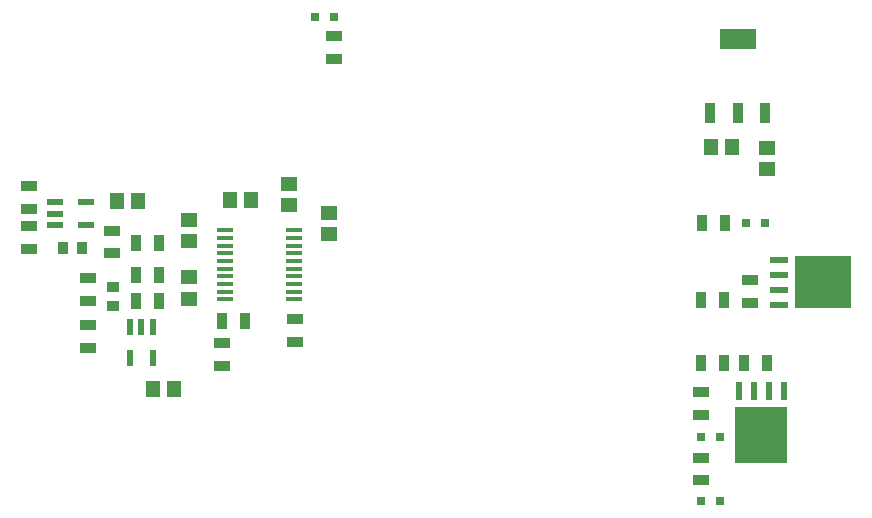
<source format=gbr>
%TF.GenerationSoftware,KiCad,Pcbnew,8.0.6*%
%TF.CreationDate,2025-01-29T18:48:29-08:00*%
%TF.ProjectId,SMV H and S Board,534d5620-4820-4616-9e64-205320426f61,rev?*%
%TF.SameCoordinates,Original*%
%TF.FileFunction,Paste,Top*%
%TF.FilePolarity,Positive*%
%FSLAX46Y46*%
G04 Gerber Fmt 4.6, Leading zero omitted, Abs format (unit mm)*
G04 Created by KiCad (PCBNEW 8.0.6) date 2025-01-29 18:48:29*
%MOMM*%
%LPD*%
G01*
G04 APERTURE LIST*
%ADD10R,1.150000X1.450000*%
%ADD11R,1.420000X0.890000*%
%ADD12R,0.890000X1.420000*%
%ADD13R,0.558800X1.549400*%
%ADD14R,4.470400X4.800600*%
%ADD15R,0.990600X0.914400*%
%ADD16R,1.450000X1.150000*%
%ADD17R,0.800000X0.800000*%
%ADD18R,1.320800X0.508000*%
%ADD19R,0.508000X1.320800*%
%ADD20R,1.549400X0.558800*%
%ADD21R,4.800600X4.470400*%
%ADD22R,0.914400X0.990600*%
%ADD23R,1.409700X0.355600*%
%ADD24R,0.889000X1.765300*%
%ADD25R,3.149600X1.765300*%
G04 APERTURE END LIST*
D10*
%TO.C,C4*%
X124002750Y-43000000D03*
X125802750Y-43000000D03*
%TD*%
D11*
%TO.C,R10*%
X112002750Y-51545001D03*
X112002750Y-49605001D03*
%TD*%
D12*
%TO.C,R15*%
X163910000Y-51500000D03*
X165850000Y-51500000D03*
%TD*%
D13*
%TO.C,Q2*%
X170905000Y-59200000D03*
X169635000Y-59200000D03*
X168365000Y-59200000D03*
X167095000Y-59200000D03*
D14*
X169000000Y-62933800D03*
%TD*%
D15*
%TO.C,C11*%
X114100000Y-50399900D03*
X114100000Y-52000100D03*
%TD*%
D16*
%TO.C,C2*%
X120502750Y-44725002D03*
X120502750Y-46525002D03*
%TD*%
D11*
%TO.C,R8*%
X112002750Y-55545001D03*
X112002750Y-53605001D03*
%TD*%
%TO.C,R7*%
X129500000Y-53130000D03*
X129500000Y-55070000D03*
%TD*%
D16*
%TO.C,C9*%
X129002750Y-43425002D03*
X129002750Y-41625002D03*
%TD*%
D11*
%TO.C,R9*%
X132800000Y-29130000D03*
X132800000Y-31070000D03*
%TD*%
D12*
%TO.C,R18*%
X169500000Y-56800000D03*
X167560000Y-56800000D03*
%TD*%
D16*
%TO.C,C3*%
X120502750Y-49575001D03*
X120502750Y-51375001D03*
%TD*%
D17*
%TO.C,D2*%
X131200000Y-27500000D03*
X132800000Y-27500000D03*
%TD*%
D11*
%TO.C,R5*%
X114002750Y-47545001D03*
X114002750Y-45605001D03*
%TD*%
D12*
%TO.C,R16*%
X163910000Y-56800000D03*
X165850000Y-56800000D03*
%TD*%
D11*
%TO.C,R3*%
X123300000Y-57070000D03*
X123300000Y-55130000D03*
%TD*%
%TO.C,R17*%
X168000000Y-51770000D03*
X168000000Y-49830000D03*
%TD*%
D18*
%TO.C,U3*%
X109207551Y-43225001D03*
X109207551Y-44175002D03*
X109207551Y-45125003D03*
X111797949Y-45125003D03*
X111797949Y-43225001D03*
%TD*%
D19*
%TO.C,U4*%
X117452751Y-53779802D03*
X116502750Y-53779802D03*
X115552749Y-53779802D03*
X115552749Y-56370200D03*
X117452751Y-56370200D03*
%TD*%
D12*
%TO.C,R19*%
X116032750Y-51575001D03*
X117972750Y-51575001D03*
%TD*%
%TO.C,R2*%
X117972750Y-49375002D03*
X116032750Y-49375002D03*
%TD*%
D11*
%TO.C,R14*%
X163900000Y-61220000D03*
X163900000Y-59280000D03*
%TD*%
D20*
%TO.C,Q1*%
X170500000Y-48090000D03*
X170500000Y-49360000D03*
X170500000Y-50630000D03*
X170500000Y-51900000D03*
D21*
X174233800Y-49995000D03*
%TD*%
D17*
%TO.C,D3*%
X165500000Y-68500000D03*
X163900000Y-68500000D03*
%TD*%
D22*
%TO.C,C6*%
X109899800Y-47075001D03*
X111500000Y-47075001D03*
%TD*%
D12*
%TO.C,R4*%
X123330000Y-53300000D03*
X125270000Y-53300000D03*
%TD*%
D16*
%TO.C,C5*%
X169500000Y-40400000D03*
X169500000Y-38600000D03*
%TD*%
D10*
%TO.C,C10*%
X117500000Y-59000000D03*
X119300000Y-59000000D03*
%TD*%
D17*
%TO.C,D4*%
X165500000Y-63100000D03*
X163900000Y-63100000D03*
%TD*%
D12*
%TO.C,R1*%
X117972750Y-46625001D03*
X116032750Y-46625001D03*
%TD*%
D11*
%TO.C,R12*%
X163900000Y-66770000D03*
X163900000Y-64830000D03*
%TD*%
D16*
%TO.C,C8*%
X132402750Y-45925002D03*
X132402750Y-44125002D03*
%TD*%
D10*
%TO.C,C1*%
X114400000Y-43075001D03*
X116200000Y-43075001D03*
%TD*%
D23*
%TO.C,U1*%
X123547250Y-45575000D03*
X123547250Y-46225001D03*
X123547250Y-46874999D03*
X123547250Y-47525001D03*
X123547250Y-48174999D03*
X123547250Y-48824998D03*
X123547250Y-49474999D03*
X123547250Y-50124998D03*
X123547250Y-50774999D03*
X123547250Y-51424998D03*
X129452750Y-51425000D03*
X129452750Y-50775002D03*
X129452750Y-50125001D03*
X129452750Y-49475002D03*
X129452750Y-48825001D03*
X129452750Y-48175002D03*
X129452750Y-47525001D03*
X129452750Y-46875002D03*
X129452750Y-46225001D03*
X129452750Y-45575002D03*
%TD*%
D17*
%TO.C,D1*%
X169300000Y-45000000D03*
X167700000Y-45000000D03*
%TD*%
D24*
%TO.C,U2*%
X164688600Y-35617850D03*
X167000000Y-35617850D03*
X169311400Y-35617850D03*
D25*
X167000000Y-29382150D03*
%TD*%
D12*
%TO.C,R6*%
X165920000Y-45000000D03*
X163980000Y-45000000D03*
%TD*%
D10*
%TO.C,C7*%
X164700000Y-38500000D03*
X166500000Y-38500000D03*
%TD*%
D11*
%TO.C,R13*%
X107002750Y-43795001D03*
X107002750Y-41855001D03*
%TD*%
%TO.C,R11*%
X107002750Y-45205001D03*
X107002750Y-47145001D03*
%TD*%
M02*

</source>
